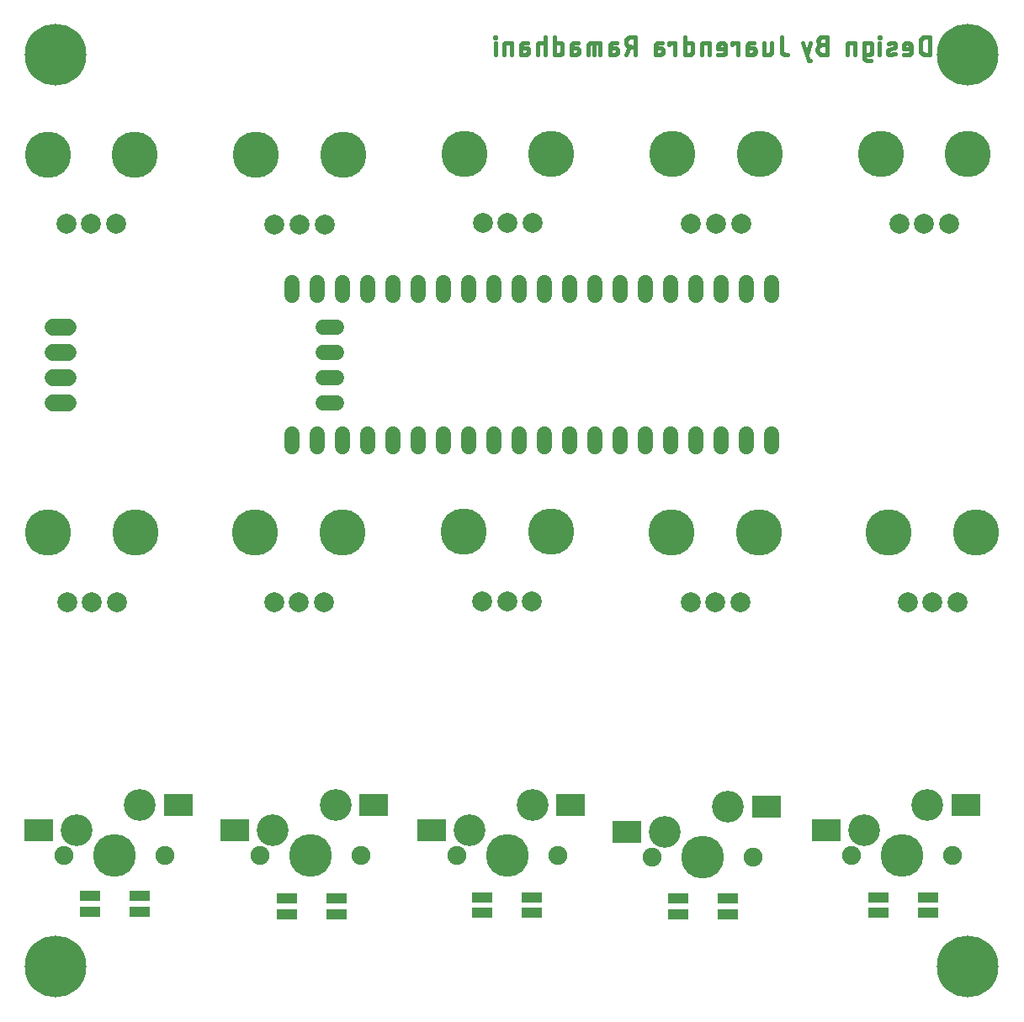
<source format=gbr>
G04 EAGLE Gerber RS-274X export*
G75*
%MOMM*%
%FSLAX34Y34*%
%LPD*%
%INSoldermask Bottom*%
%IPPOS*%
%AMOC8*
5,1,8,0,0,1.08239X$1,22.5*%
G01*
%ADD10C,0.431800*%
%ADD11C,2.003200*%
%ADD12C,4.663200*%
%ADD13C,1.511200*%
%ADD14C,1.903200*%
%ADD15C,4.303200*%
%ADD16C,4.203200*%
%ADD17R,2.903200X2.203200*%
%ADD18C,3.203200*%
%ADD19C,1.711200*%
%ADD20R,2.003200X1.023200*%
%ADD21C,6.203200*%


D10*
X1612656Y938657D02*
X1612656Y956183D01*
X1607788Y956183D01*
X1607649Y956181D01*
X1607510Y956175D01*
X1607371Y956165D01*
X1607233Y956151D01*
X1607095Y956133D01*
X1606958Y956112D01*
X1606821Y956086D01*
X1606685Y956056D01*
X1606550Y956023D01*
X1606417Y955986D01*
X1606284Y955945D01*
X1606152Y955900D01*
X1606022Y955851D01*
X1605893Y955799D01*
X1605766Y955743D01*
X1605640Y955684D01*
X1605516Y955620D01*
X1605394Y955554D01*
X1605274Y955484D01*
X1605156Y955410D01*
X1605040Y955333D01*
X1604927Y955253D01*
X1604815Y955170D01*
X1604707Y955084D01*
X1604600Y954994D01*
X1604496Y954901D01*
X1604395Y954806D01*
X1604297Y954708D01*
X1604202Y954607D01*
X1604109Y954503D01*
X1604019Y954397D01*
X1603933Y954288D01*
X1603850Y954176D01*
X1603770Y954063D01*
X1603693Y953947D01*
X1603619Y953829D01*
X1603549Y953709D01*
X1603483Y953587D01*
X1603419Y953463D01*
X1603360Y953337D01*
X1603304Y953210D01*
X1603252Y953081D01*
X1603203Y952951D01*
X1603158Y952819D01*
X1603117Y952686D01*
X1603080Y952553D01*
X1603047Y952418D01*
X1603017Y952282D01*
X1602991Y952145D01*
X1602970Y952008D01*
X1602952Y951870D01*
X1602938Y951732D01*
X1602928Y951593D01*
X1602922Y951454D01*
X1602920Y951315D01*
X1602919Y951315D02*
X1602919Y943525D01*
X1602920Y943525D02*
X1602922Y943388D01*
X1602928Y943252D01*
X1602937Y943116D01*
X1602951Y942980D01*
X1602968Y942844D01*
X1602989Y942710D01*
X1603014Y942575D01*
X1603042Y942442D01*
X1603074Y942309D01*
X1603110Y942177D01*
X1603150Y942047D01*
X1603193Y941917D01*
X1603240Y941789D01*
X1603291Y941662D01*
X1603345Y941537D01*
X1603402Y941413D01*
X1603463Y941291D01*
X1603527Y941170D01*
X1603595Y941052D01*
X1603666Y940935D01*
X1603740Y940820D01*
X1603818Y940708D01*
X1603898Y940598D01*
X1603982Y940490D01*
X1604069Y940384D01*
X1604158Y940281D01*
X1604251Y940181D01*
X1604346Y940083D01*
X1604444Y939988D01*
X1604544Y939895D01*
X1604647Y939806D01*
X1604753Y939719D01*
X1604861Y939635D01*
X1604971Y939555D01*
X1605084Y939477D01*
X1605198Y939403D01*
X1605315Y939332D01*
X1605433Y939264D01*
X1605554Y939200D01*
X1605676Y939139D01*
X1605800Y939082D01*
X1605925Y939028D01*
X1606052Y938977D01*
X1606180Y938930D01*
X1606310Y938887D01*
X1606440Y938847D01*
X1606572Y938811D01*
X1606705Y938779D01*
X1606838Y938751D01*
X1606973Y938726D01*
X1607108Y938705D01*
X1607243Y938688D01*
X1607379Y938674D01*
X1607515Y938665D01*
X1607652Y938659D01*
X1607788Y938657D01*
X1612656Y938657D01*
X1590841Y938657D02*
X1585973Y938657D01*
X1590841Y938657D02*
X1590948Y938659D01*
X1591054Y938665D01*
X1591160Y938675D01*
X1591266Y938688D01*
X1591372Y938706D01*
X1591476Y938727D01*
X1591580Y938752D01*
X1591683Y938781D01*
X1591784Y938813D01*
X1591884Y938850D01*
X1591983Y938890D01*
X1592081Y938933D01*
X1592177Y938980D01*
X1592271Y939031D01*
X1592363Y939085D01*
X1592453Y939142D01*
X1592541Y939202D01*
X1592626Y939266D01*
X1592709Y939333D01*
X1592790Y939403D01*
X1592868Y939475D01*
X1592944Y939551D01*
X1593016Y939629D01*
X1593086Y939710D01*
X1593153Y939793D01*
X1593217Y939878D01*
X1593277Y939966D01*
X1593334Y940056D01*
X1593388Y940148D01*
X1593439Y940242D01*
X1593486Y940338D01*
X1593529Y940436D01*
X1593569Y940535D01*
X1593606Y940635D01*
X1593638Y940736D01*
X1593667Y940839D01*
X1593692Y940943D01*
X1593713Y941047D01*
X1593731Y941153D01*
X1593744Y941259D01*
X1593754Y941365D01*
X1593760Y941471D01*
X1593762Y941578D01*
X1593762Y946446D01*
X1593760Y946570D01*
X1593754Y946693D01*
X1593744Y946816D01*
X1593731Y946939D01*
X1593713Y947061D01*
X1593692Y947183D01*
X1593666Y947304D01*
X1593637Y947424D01*
X1593604Y947543D01*
X1593568Y947661D01*
X1593527Y947778D01*
X1593483Y947894D01*
X1593435Y948008D01*
X1593384Y948120D01*
X1593329Y948231D01*
X1593271Y948340D01*
X1593209Y948447D01*
X1593144Y948552D01*
X1593075Y948655D01*
X1593004Y948755D01*
X1592929Y948854D01*
X1592851Y948950D01*
X1592770Y949043D01*
X1592686Y949134D01*
X1592599Y949222D01*
X1592510Y949307D01*
X1592418Y949390D01*
X1592323Y949469D01*
X1592226Y949545D01*
X1592126Y949619D01*
X1592025Y949689D01*
X1591921Y949756D01*
X1591815Y949819D01*
X1591706Y949879D01*
X1591597Y949936D01*
X1591485Y949989D01*
X1591372Y950039D01*
X1591257Y950085D01*
X1591141Y950127D01*
X1591024Y950165D01*
X1590905Y950200D01*
X1590785Y950231D01*
X1590665Y950258D01*
X1590543Y950282D01*
X1590421Y950301D01*
X1590299Y950317D01*
X1590176Y950329D01*
X1590052Y950337D01*
X1589929Y950341D01*
X1589805Y950341D01*
X1589682Y950337D01*
X1589558Y950329D01*
X1589435Y950317D01*
X1589313Y950301D01*
X1589191Y950282D01*
X1589069Y950258D01*
X1588949Y950231D01*
X1588829Y950200D01*
X1588710Y950165D01*
X1588593Y950127D01*
X1588477Y950085D01*
X1588362Y950039D01*
X1588249Y949989D01*
X1588137Y949936D01*
X1588028Y949879D01*
X1587920Y949819D01*
X1587813Y949756D01*
X1587709Y949689D01*
X1587608Y949619D01*
X1587508Y949545D01*
X1587411Y949469D01*
X1587316Y949390D01*
X1587224Y949307D01*
X1587135Y949222D01*
X1587048Y949134D01*
X1586964Y949043D01*
X1586883Y948950D01*
X1586805Y948854D01*
X1586730Y948755D01*
X1586659Y948655D01*
X1586590Y948552D01*
X1586525Y948447D01*
X1586463Y948340D01*
X1586405Y948231D01*
X1586350Y948120D01*
X1586299Y948008D01*
X1586251Y947894D01*
X1586207Y947778D01*
X1586166Y947661D01*
X1586130Y947543D01*
X1586097Y947424D01*
X1586068Y947304D01*
X1586042Y947183D01*
X1586021Y947061D01*
X1586003Y946939D01*
X1585990Y946816D01*
X1585980Y946693D01*
X1585974Y946570D01*
X1585972Y946446D01*
X1585973Y946446D02*
X1585973Y944499D01*
X1593762Y944499D01*
X1576235Y945473D02*
X1571367Y943525D01*
X1576235Y945473D02*
X1576327Y945512D01*
X1576418Y945554D01*
X1576506Y945600D01*
X1576593Y945650D01*
X1576678Y945703D01*
X1576761Y945760D01*
X1576841Y945819D01*
X1576919Y945882D01*
X1576995Y945948D01*
X1577067Y946017D01*
X1577137Y946088D01*
X1577204Y946162D01*
X1577269Y946239D01*
X1577329Y946319D01*
X1577387Y946401D01*
X1577442Y946484D01*
X1577493Y946571D01*
X1577541Y946659D01*
X1577585Y946748D01*
X1577625Y946840D01*
X1577662Y946933D01*
X1577695Y947027D01*
X1577725Y947123D01*
X1577750Y947220D01*
X1577772Y947318D01*
X1577790Y947416D01*
X1577804Y947515D01*
X1577814Y947615D01*
X1577820Y947715D01*
X1577822Y947815D01*
X1577820Y947915D01*
X1577814Y948015D01*
X1577804Y948115D01*
X1577791Y948214D01*
X1577773Y948312D01*
X1577751Y948410D01*
X1577726Y948507D01*
X1577697Y948603D01*
X1577664Y948697D01*
X1577627Y948790D01*
X1577587Y948882D01*
X1577543Y948972D01*
X1577495Y949060D01*
X1577444Y949146D01*
X1577390Y949230D01*
X1577332Y949312D01*
X1577271Y949391D01*
X1577207Y949468D01*
X1577140Y949543D01*
X1577070Y949614D01*
X1576998Y949683D01*
X1576922Y949749D01*
X1576845Y949812D01*
X1576764Y949872D01*
X1576682Y949928D01*
X1576597Y949982D01*
X1576510Y950032D01*
X1576421Y950078D01*
X1576331Y950121D01*
X1576239Y950160D01*
X1576145Y950195D01*
X1576050Y950227D01*
X1575954Y950255D01*
X1575857Y950279D01*
X1575759Y950299D01*
X1575660Y950316D01*
X1575561Y950328D01*
X1575461Y950337D01*
X1575361Y950341D01*
X1575261Y950342D01*
X1574995Y950335D01*
X1574730Y950321D01*
X1574464Y950302D01*
X1574200Y950276D01*
X1573936Y950243D01*
X1573673Y950204D01*
X1573411Y950159D01*
X1573150Y950108D01*
X1572891Y950050D01*
X1572632Y949986D01*
X1572376Y949916D01*
X1572121Y949840D01*
X1571868Y949757D01*
X1571618Y949669D01*
X1571369Y949575D01*
X1571123Y949474D01*
X1570879Y949368D01*
X1571366Y943525D02*
X1571274Y943486D01*
X1571183Y943444D01*
X1571095Y943398D01*
X1571008Y943348D01*
X1570923Y943295D01*
X1570840Y943238D01*
X1570760Y943179D01*
X1570682Y943116D01*
X1570606Y943050D01*
X1570534Y942981D01*
X1570464Y942910D01*
X1570397Y942836D01*
X1570333Y942759D01*
X1570272Y942679D01*
X1570214Y942597D01*
X1570159Y942514D01*
X1570108Y942427D01*
X1570060Y942339D01*
X1570016Y942250D01*
X1569976Y942158D01*
X1569939Y942065D01*
X1569906Y941971D01*
X1569876Y941875D01*
X1569851Y941778D01*
X1569829Y941680D01*
X1569811Y941582D01*
X1569797Y941483D01*
X1569787Y941383D01*
X1569781Y941283D01*
X1569779Y941183D01*
X1569781Y941083D01*
X1569787Y940983D01*
X1569797Y940883D01*
X1569810Y940784D01*
X1569828Y940686D01*
X1569850Y940588D01*
X1569875Y940491D01*
X1569904Y940395D01*
X1569937Y940301D01*
X1569974Y940208D01*
X1570014Y940116D01*
X1570058Y940026D01*
X1570106Y939938D01*
X1570157Y939852D01*
X1570211Y939768D01*
X1570269Y939686D01*
X1570330Y939607D01*
X1570394Y939530D01*
X1570461Y939455D01*
X1570531Y939384D01*
X1570603Y939315D01*
X1570679Y939249D01*
X1570756Y939186D01*
X1570837Y939126D01*
X1570919Y939070D01*
X1571004Y939016D01*
X1571091Y938966D01*
X1571180Y938920D01*
X1571270Y938877D01*
X1571362Y938838D01*
X1571456Y938803D01*
X1571551Y938771D01*
X1571647Y938743D01*
X1571744Y938719D01*
X1571842Y938699D01*
X1571941Y938682D01*
X1572040Y938670D01*
X1572140Y938661D01*
X1572240Y938657D01*
X1572340Y938656D01*
X1572340Y938657D02*
X1572730Y938667D01*
X1573120Y938686D01*
X1573510Y938715D01*
X1573899Y938753D01*
X1574286Y938800D01*
X1574673Y938856D01*
X1575058Y938921D01*
X1575441Y938996D01*
X1575823Y939079D01*
X1576202Y939172D01*
X1576579Y939273D01*
X1576954Y939383D01*
X1577326Y939502D01*
X1577695Y939630D01*
X1562060Y938657D02*
X1562060Y950341D01*
X1562547Y955209D02*
X1562547Y956183D01*
X1561573Y956183D01*
X1561573Y955209D01*
X1562547Y955209D01*
X1551433Y938657D02*
X1546565Y938657D01*
X1551433Y938657D02*
X1551540Y938659D01*
X1551646Y938665D01*
X1551752Y938675D01*
X1551858Y938688D01*
X1551964Y938706D01*
X1552068Y938727D01*
X1552172Y938752D01*
X1552275Y938781D01*
X1552376Y938813D01*
X1552476Y938850D01*
X1552575Y938890D01*
X1552673Y938933D01*
X1552769Y938980D01*
X1552863Y939031D01*
X1552955Y939085D01*
X1553045Y939142D01*
X1553133Y939202D01*
X1553218Y939266D01*
X1553301Y939333D01*
X1553382Y939403D01*
X1553460Y939475D01*
X1553536Y939551D01*
X1553608Y939629D01*
X1553678Y939710D01*
X1553745Y939793D01*
X1553809Y939878D01*
X1553869Y939966D01*
X1553926Y940056D01*
X1553980Y940148D01*
X1554031Y940242D01*
X1554078Y940338D01*
X1554121Y940436D01*
X1554161Y940535D01*
X1554198Y940635D01*
X1554230Y940736D01*
X1554259Y940839D01*
X1554284Y940943D01*
X1554305Y941047D01*
X1554323Y941153D01*
X1554336Y941259D01*
X1554346Y941365D01*
X1554352Y941471D01*
X1554354Y941578D01*
X1554354Y947420D01*
X1554352Y947527D01*
X1554346Y947633D01*
X1554336Y947739D01*
X1554323Y947845D01*
X1554305Y947951D01*
X1554284Y948055D01*
X1554259Y948159D01*
X1554230Y948262D01*
X1554198Y948363D01*
X1554161Y948463D01*
X1554121Y948562D01*
X1554078Y948660D01*
X1554031Y948756D01*
X1553980Y948850D01*
X1553926Y948942D01*
X1553869Y949032D01*
X1553809Y949120D01*
X1553745Y949205D01*
X1553678Y949288D01*
X1553608Y949369D01*
X1553536Y949447D01*
X1553460Y949523D01*
X1553382Y949595D01*
X1553301Y949665D01*
X1553218Y949732D01*
X1553133Y949796D01*
X1553045Y949856D01*
X1552955Y949913D01*
X1552863Y949967D01*
X1552769Y950018D01*
X1552673Y950065D01*
X1552575Y950108D01*
X1552476Y950148D01*
X1552376Y950185D01*
X1552275Y950217D01*
X1552172Y950246D01*
X1552068Y950271D01*
X1551964Y950292D01*
X1551858Y950310D01*
X1551752Y950323D01*
X1551646Y950333D01*
X1551540Y950339D01*
X1551433Y950341D01*
X1546565Y950341D01*
X1546565Y935736D01*
X1546567Y935629D01*
X1546573Y935523D01*
X1546583Y935417D01*
X1546596Y935311D01*
X1546614Y935205D01*
X1546635Y935101D01*
X1546660Y934997D01*
X1546689Y934894D01*
X1546721Y934793D01*
X1546758Y934693D01*
X1546798Y934594D01*
X1546841Y934496D01*
X1546888Y934400D01*
X1546939Y934306D01*
X1546993Y934214D01*
X1547050Y934124D01*
X1547110Y934036D01*
X1547174Y933951D01*
X1547241Y933868D01*
X1547311Y933787D01*
X1547383Y933709D01*
X1547459Y933633D01*
X1547537Y933561D01*
X1547618Y933491D01*
X1547701Y933424D01*
X1547786Y933360D01*
X1547874Y933300D01*
X1547964Y933243D01*
X1548056Y933189D01*
X1548150Y933138D01*
X1548246Y933091D01*
X1548344Y933048D01*
X1548443Y933008D01*
X1548543Y932971D01*
X1548644Y932939D01*
X1548747Y932910D01*
X1548851Y932885D01*
X1548955Y932864D01*
X1549061Y932846D01*
X1549167Y932833D01*
X1549273Y932823D01*
X1549379Y932817D01*
X1549486Y932815D01*
X1553380Y932815D01*
X1536911Y938657D02*
X1536911Y950341D01*
X1532043Y950341D01*
X1531936Y950339D01*
X1531830Y950333D01*
X1531724Y950323D01*
X1531618Y950310D01*
X1531512Y950292D01*
X1531408Y950271D01*
X1531304Y950246D01*
X1531201Y950217D01*
X1531100Y950185D01*
X1531000Y950148D01*
X1530901Y950108D01*
X1530803Y950065D01*
X1530707Y950018D01*
X1530613Y949967D01*
X1530521Y949913D01*
X1530431Y949856D01*
X1530343Y949796D01*
X1530258Y949732D01*
X1530175Y949665D01*
X1530094Y949595D01*
X1530016Y949523D01*
X1529940Y949447D01*
X1529868Y949369D01*
X1529798Y949288D01*
X1529731Y949205D01*
X1529667Y949120D01*
X1529607Y949032D01*
X1529550Y948942D01*
X1529496Y948850D01*
X1529445Y948756D01*
X1529398Y948660D01*
X1529355Y948562D01*
X1529315Y948463D01*
X1529278Y948363D01*
X1529246Y948262D01*
X1529217Y948159D01*
X1529192Y948055D01*
X1529171Y947951D01*
X1529153Y947845D01*
X1529140Y947739D01*
X1529130Y947633D01*
X1529124Y947527D01*
X1529122Y947420D01*
X1529122Y938657D01*
X1509054Y948394D02*
X1504185Y948394D01*
X1504185Y948393D02*
X1504047Y948391D01*
X1503910Y948385D01*
X1503772Y948375D01*
X1503635Y948362D01*
X1503498Y948344D01*
X1503362Y948323D01*
X1503227Y948298D01*
X1503092Y948269D01*
X1502958Y948236D01*
X1502826Y948199D01*
X1502694Y948159D01*
X1502563Y948115D01*
X1502434Y948067D01*
X1502306Y948016D01*
X1502180Y947961D01*
X1502055Y947902D01*
X1501932Y947840D01*
X1501811Y947775D01*
X1501692Y947706D01*
X1501574Y947634D01*
X1501459Y947558D01*
X1501346Y947479D01*
X1501235Y947398D01*
X1501127Y947312D01*
X1501021Y947224D01*
X1500917Y947133D01*
X1500817Y947039D01*
X1500719Y946943D01*
X1500623Y946843D01*
X1500531Y946741D01*
X1500441Y946636D01*
X1500355Y946529D01*
X1500271Y946420D01*
X1500191Y946308D01*
X1500114Y946194D01*
X1500040Y946077D01*
X1499969Y945959D01*
X1499902Y945839D01*
X1499838Y945717D01*
X1499778Y945593D01*
X1499721Y945467D01*
X1499668Y945340D01*
X1499618Y945212D01*
X1499573Y945082D01*
X1499530Y944950D01*
X1499492Y944818D01*
X1499457Y944685D01*
X1499426Y944551D01*
X1499399Y944416D01*
X1499376Y944280D01*
X1499356Y944143D01*
X1499341Y944006D01*
X1499329Y943869D01*
X1499321Y943732D01*
X1499317Y943594D01*
X1499317Y943456D01*
X1499321Y943318D01*
X1499329Y943181D01*
X1499341Y943044D01*
X1499356Y942907D01*
X1499376Y942770D01*
X1499399Y942634D01*
X1499426Y942499D01*
X1499457Y942365D01*
X1499492Y942232D01*
X1499530Y942100D01*
X1499573Y941968D01*
X1499618Y941838D01*
X1499668Y941710D01*
X1499721Y941583D01*
X1499778Y941457D01*
X1499838Y941333D01*
X1499902Y941211D01*
X1499969Y941091D01*
X1500040Y940973D01*
X1500114Y940856D01*
X1500191Y940742D01*
X1500271Y940630D01*
X1500355Y940521D01*
X1500441Y940414D01*
X1500531Y940309D01*
X1500623Y940207D01*
X1500719Y940107D01*
X1500817Y940011D01*
X1500917Y939917D01*
X1501021Y939826D01*
X1501127Y939738D01*
X1501235Y939652D01*
X1501346Y939571D01*
X1501459Y939492D01*
X1501574Y939416D01*
X1501692Y939344D01*
X1501811Y939275D01*
X1501932Y939210D01*
X1502055Y939148D01*
X1502180Y939089D01*
X1502306Y939034D01*
X1502434Y938983D01*
X1502563Y938935D01*
X1502694Y938891D01*
X1502826Y938851D01*
X1502958Y938814D01*
X1503092Y938781D01*
X1503227Y938752D01*
X1503362Y938727D01*
X1503498Y938706D01*
X1503635Y938688D01*
X1503772Y938675D01*
X1503910Y938665D01*
X1504047Y938659D01*
X1504185Y938657D01*
X1509054Y938657D01*
X1509054Y956183D01*
X1504185Y956183D01*
X1504061Y956181D01*
X1503938Y956175D01*
X1503815Y956165D01*
X1503692Y956152D01*
X1503570Y956134D01*
X1503448Y956113D01*
X1503327Y956087D01*
X1503207Y956058D01*
X1503088Y956025D01*
X1502970Y955989D01*
X1502853Y955948D01*
X1502737Y955904D01*
X1502623Y955856D01*
X1502511Y955805D01*
X1502400Y955750D01*
X1502291Y955692D01*
X1502184Y955630D01*
X1502079Y955565D01*
X1501976Y955496D01*
X1501876Y955425D01*
X1501777Y955350D01*
X1501681Y955272D01*
X1501588Y955191D01*
X1501497Y955107D01*
X1501409Y955020D01*
X1501324Y954931D01*
X1501241Y954839D01*
X1501162Y954744D01*
X1501086Y954647D01*
X1501012Y954547D01*
X1500942Y954446D01*
X1500875Y954342D01*
X1500812Y954236D01*
X1500752Y954127D01*
X1500695Y954018D01*
X1500642Y953906D01*
X1500592Y953793D01*
X1500546Y953678D01*
X1500504Y953562D01*
X1500466Y953445D01*
X1500431Y953326D01*
X1500400Y953206D01*
X1500373Y953086D01*
X1500349Y952964D01*
X1500330Y952842D01*
X1500314Y952720D01*
X1500302Y952597D01*
X1500294Y952473D01*
X1500290Y952350D01*
X1500290Y952226D01*
X1500294Y952103D01*
X1500302Y951979D01*
X1500314Y951856D01*
X1500330Y951734D01*
X1500349Y951612D01*
X1500373Y951490D01*
X1500400Y951370D01*
X1500431Y951250D01*
X1500466Y951131D01*
X1500504Y951014D01*
X1500546Y950898D01*
X1500592Y950783D01*
X1500642Y950670D01*
X1500695Y950558D01*
X1500752Y950449D01*
X1500812Y950341D01*
X1500875Y950234D01*
X1500942Y950130D01*
X1501012Y950029D01*
X1501086Y949929D01*
X1501162Y949832D01*
X1501241Y949737D01*
X1501324Y949645D01*
X1501409Y949556D01*
X1501497Y949469D01*
X1501588Y949385D01*
X1501681Y949304D01*
X1501777Y949226D01*
X1501876Y949151D01*
X1501976Y949080D01*
X1502079Y949011D01*
X1502184Y948946D01*
X1502291Y948884D01*
X1502400Y948826D01*
X1502511Y948771D01*
X1502623Y948720D01*
X1502737Y948672D01*
X1502853Y948628D01*
X1502970Y948587D01*
X1503088Y948551D01*
X1503207Y948518D01*
X1503327Y948489D01*
X1503448Y948463D01*
X1503570Y948442D01*
X1503692Y948424D01*
X1503815Y948411D01*
X1503938Y948401D01*
X1504061Y948395D01*
X1504185Y948393D01*
X1492419Y932815D02*
X1490472Y932815D01*
X1484630Y950341D01*
X1492419Y950341D02*
X1488525Y938657D01*
X1463171Y942552D02*
X1463171Y956183D01*
X1463171Y942552D02*
X1463173Y942430D01*
X1463179Y942307D01*
X1463188Y942185D01*
X1463202Y942064D01*
X1463219Y941943D01*
X1463240Y941822D01*
X1463265Y941702D01*
X1463293Y941583D01*
X1463326Y941465D01*
X1463362Y941348D01*
X1463401Y941233D01*
X1463445Y941118D01*
X1463491Y941005D01*
X1463542Y940894D01*
X1463596Y940784D01*
X1463653Y940676D01*
X1463713Y940569D01*
X1463777Y940465D01*
X1463845Y940363D01*
X1463915Y940263D01*
X1463988Y940165D01*
X1464065Y940069D01*
X1464144Y939976D01*
X1464227Y939886D01*
X1464312Y939798D01*
X1464400Y939713D01*
X1464490Y939630D01*
X1464583Y939551D01*
X1464679Y939474D01*
X1464777Y939401D01*
X1464877Y939331D01*
X1464979Y939263D01*
X1465083Y939199D01*
X1465190Y939139D01*
X1465298Y939082D01*
X1465408Y939028D01*
X1465519Y938977D01*
X1465632Y938931D01*
X1465747Y938887D01*
X1465862Y938848D01*
X1465979Y938812D01*
X1466097Y938779D01*
X1466216Y938751D01*
X1466336Y938726D01*
X1466457Y938705D01*
X1466578Y938688D01*
X1466699Y938674D01*
X1466821Y938665D01*
X1466944Y938659D01*
X1467066Y938657D01*
X1469013Y938657D01*
X1453489Y941578D02*
X1453489Y950341D01*
X1453489Y941578D02*
X1453487Y941471D01*
X1453481Y941365D01*
X1453471Y941259D01*
X1453458Y941153D01*
X1453440Y941047D01*
X1453419Y940943D01*
X1453394Y940839D01*
X1453365Y940736D01*
X1453333Y940635D01*
X1453296Y940535D01*
X1453256Y940436D01*
X1453213Y940338D01*
X1453166Y940242D01*
X1453115Y940148D01*
X1453061Y940056D01*
X1453004Y939966D01*
X1452944Y939878D01*
X1452880Y939793D01*
X1452813Y939710D01*
X1452743Y939629D01*
X1452671Y939551D01*
X1452595Y939475D01*
X1452517Y939403D01*
X1452436Y939333D01*
X1452353Y939266D01*
X1452268Y939202D01*
X1452180Y939142D01*
X1452090Y939085D01*
X1451998Y939031D01*
X1451904Y938980D01*
X1451808Y938933D01*
X1451710Y938890D01*
X1451611Y938850D01*
X1451511Y938813D01*
X1451410Y938781D01*
X1451307Y938752D01*
X1451203Y938727D01*
X1451099Y938706D01*
X1450993Y938688D01*
X1450887Y938675D01*
X1450781Y938665D01*
X1450675Y938659D01*
X1450568Y938657D01*
X1445699Y938657D01*
X1445699Y950341D01*
X1433537Y945473D02*
X1429155Y945473D01*
X1433537Y945473D02*
X1433652Y945471D01*
X1433767Y945465D01*
X1433882Y945456D01*
X1433996Y945442D01*
X1434110Y945425D01*
X1434223Y945403D01*
X1434335Y945378D01*
X1434447Y945349D01*
X1434557Y945317D01*
X1434666Y945280D01*
X1434774Y945240D01*
X1434881Y945197D01*
X1434986Y945150D01*
X1435089Y945099D01*
X1435191Y945045D01*
X1435291Y944987D01*
X1435388Y944926D01*
X1435484Y944862D01*
X1435577Y944795D01*
X1435668Y944724D01*
X1435757Y944651D01*
X1435843Y944574D01*
X1435926Y944495D01*
X1436007Y944413D01*
X1436085Y944328D01*
X1436160Y944241D01*
X1436232Y944151D01*
X1436301Y944059D01*
X1436367Y943964D01*
X1436429Y943868D01*
X1436488Y943769D01*
X1436544Y943668D01*
X1436597Y943566D01*
X1436646Y943462D01*
X1436691Y943356D01*
X1436733Y943249D01*
X1436771Y943140D01*
X1436805Y943030D01*
X1436836Y942919D01*
X1436863Y942807D01*
X1436886Y942695D01*
X1436906Y942581D01*
X1436921Y942467D01*
X1436933Y942352D01*
X1436941Y942238D01*
X1436945Y942123D01*
X1436945Y942007D01*
X1436941Y941892D01*
X1436933Y941778D01*
X1436921Y941663D01*
X1436906Y941549D01*
X1436886Y941435D01*
X1436863Y941323D01*
X1436836Y941211D01*
X1436805Y941100D01*
X1436771Y940990D01*
X1436733Y940881D01*
X1436691Y940774D01*
X1436646Y940668D01*
X1436597Y940564D01*
X1436544Y940462D01*
X1436488Y940361D01*
X1436429Y940262D01*
X1436367Y940166D01*
X1436301Y940071D01*
X1436232Y939979D01*
X1436160Y939889D01*
X1436085Y939802D01*
X1436007Y939717D01*
X1435926Y939635D01*
X1435843Y939556D01*
X1435757Y939479D01*
X1435668Y939406D01*
X1435577Y939335D01*
X1435484Y939268D01*
X1435388Y939204D01*
X1435291Y939143D01*
X1435191Y939085D01*
X1435089Y939031D01*
X1434986Y938980D01*
X1434881Y938933D01*
X1434774Y938890D01*
X1434666Y938850D01*
X1434557Y938813D01*
X1434447Y938781D01*
X1434335Y938752D01*
X1434223Y938727D01*
X1434110Y938705D01*
X1433996Y938688D01*
X1433882Y938674D01*
X1433767Y938665D01*
X1433652Y938659D01*
X1433537Y938657D01*
X1429155Y938657D01*
X1429155Y947420D01*
X1429157Y947527D01*
X1429163Y947633D01*
X1429173Y947739D01*
X1429186Y947845D01*
X1429204Y947951D01*
X1429225Y948055D01*
X1429250Y948159D01*
X1429279Y948262D01*
X1429311Y948363D01*
X1429348Y948463D01*
X1429388Y948562D01*
X1429431Y948660D01*
X1429478Y948756D01*
X1429529Y948850D01*
X1429583Y948942D01*
X1429640Y949032D01*
X1429700Y949120D01*
X1429764Y949205D01*
X1429831Y949288D01*
X1429901Y949369D01*
X1429973Y949447D01*
X1430049Y949523D01*
X1430127Y949595D01*
X1430208Y949665D01*
X1430291Y949732D01*
X1430376Y949796D01*
X1430464Y949856D01*
X1430554Y949913D01*
X1430646Y949967D01*
X1430740Y950018D01*
X1430836Y950065D01*
X1430934Y950108D01*
X1431033Y950148D01*
X1431133Y950185D01*
X1431234Y950217D01*
X1431337Y950246D01*
X1431441Y950271D01*
X1431545Y950292D01*
X1431651Y950310D01*
X1431757Y950323D01*
X1431863Y950333D01*
X1431969Y950339D01*
X1432076Y950341D01*
X1435971Y950341D01*
X1419332Y950341D02*
X1419332Y938657D01*
X1419332Y950341D02*
X1413490Y950341D01*
X1413490Y948394D01*
X1404222Y938657D02*
X1399354Y938657D01*
X1404222Y938657D02*
X1404329Y938659D01*
X1404435Y938665D01*
X1404541Y938675D01*
X1404647Y938688D01*
X1404753Y938706D01*
X1404857Y938727D01*
X1404961Y938752D01*
X1405064Y938781D01*
X1405165Y938813D01*
X1405265Y938850D01*
X1405364Y938890D01*
X1405462Y938933D01*
X1405558Y938980D01*
X1405652Y939031D01*
X1405744Y939085D01*
X1405834Y939142D01*
X1405922Y939202D01*
X1406007Y939266D01*
X1406090Y939333D01*
X1406171Y939403D01*
X1406249Y939475D01*
X1406325Y939551D01*
X1406397Y939629D01*
X1406467Y939710D01*
X1406534Y939793D01*
X1406598Y939878D01*
X1406658Y939966D01*
X1406715Y940056D01*
X1406769Y940148D01*
X1406820Y940242D01*
X1406867Y940338D01*
X1406910Y940436D01*
X1406950Y940535D01*
X1406987Y940635D01*
X1407019Y940736D01*
X1407048Y940839D01*
X1407073Y940943D01*
X1407094Y941047D01*
X1407112Y941153D01*
X1407125Y941259D01*
X1407135Y941365D01*
X1407141Y941471D01*
X1407143Y941578D01*
X1407143Y946446D01*
X1407141Y946570D01*
X1407135Y946693D01*
X1407125Y946816D01*
X1407112Y946939D01*
X1407094Y947061D01*
X1407073Y947183D01*
X1407047Y947304D01*
X1407018Y947424D01*
X1406985Y947543D01*
X1406949Y947661D01*
X1406908Y947778D01*
X1406864Y947894D01*
X1406816Y948008D01*
X1406765Y948120D01*
X1406710Y948231D01*
X1406652Y948340D01*
X1406590Y948447D01*
X1406525Y948552D01*
X1406456Y948655D01*
X1406385Y948755D01*
X1406310Y948854D01*
X1406232Y948950D01*
X1406151Y949043D01*
X1406067Y949134D01*
X1405980Y949222D01*
X1405891Y949307D01*
X1405799Y949390D01*
X1405704Y949469D01*
X1405607Y949545D01*
X1405507Y949619D01*
X1405406Y949689D01*
X1405302Y949756D01*
X1405196Y949819D01*
X1405087Y949879D01*
X1404978Y949936D01*
X1404866Y949989D01*
X1404753Y950039D01*
X1404638Y950085D01*
X1404522Y950127D01*
X1404405Y950165D01*
X1404286Y950200D01*
X1404166Y950231D01*
X1404046Y950258D01*
X1403924Y950282D01*
X1403802Y950301D01*
X1403680Y950317D01*
X1403557Y950329D01*
X1403433Y950337D01*
X1403310Y950341D01*
X1403186Y950341D01*
X1403063Y950337D01*
X1402939Y950329D01*
X1402816Y950317D01*
X1402694Y950301D01*
X1402572Y950282D01*
X1402450Y950258D01*
X1402330Y950231D01*
X1402210Y950200D01*
X1402091Y950165D01*
X1401974Y950127D01*
X1401858Y950085D01*
X1401743Y950039D01*
X1401630Y949989D01*
X1401518Y949936D01*
X1401409Y949879D01*
X1401301Y949819D01*
X1401194Y949756D01*
X1401090Y949689D01*
X1400989Y949619D01*
X1400889Y949545D01*
X1400792Y949469D01*
X1400697Y949390D01*
X1400605Y949307D01*
X1400516Y949222D01*
X1400429Y949134D01*
X1400345Y949043D01*
X1400264Y948950D01*
X1400186Y948854D01*
X1400111Y948755D01*
X1400040Y948655D01*
X1399971Y948552D01*
X1399906Y948447D01*
X1399844Y948340D01*
X1399786Y948231D01*
X1399731Y948120D01*
X1399680Y948008D01*
X1399632Y947894D01*
X1399588Y947778D01*
X1399547Y947661D01*
X1399511Y947543D01*
X1399478Y947424D01*
X1399449Y947304D01*
X1399423Y947183D01*
X1399402Y947061D01*
X1399384Y946939D01*
X1399371Y946816D01*
X1399361Y946693D01*
X1399355Y946570D01*
X1399353Y946446D01*
X1399354Y946446D02*
X1399354Y944499D01*
X1407143Y944499D01*
X1390458Y938657D02*
X1390458Y950341D01*
X1385590Y950341D01*
X1385483Y950339D01*
X1385377Y950333D01*
X1385271Y950323D01*
X1385165Y950310D01*
X1385059Y950292D01*
X1384955Y950271D01*
X1384851Y950246D01*
X1384748Y950217D01*
X1384647Y950185D01*
X1384547Y950148D01*
X1384448Y950108D01*
X1384350Y950065D01*
X1384254Y950018D01*
X1384160Y949967D01*
X1384068Y949913D01*
X1383978Y949856D01*
X1383890Y949796D01*
X1383805Y949732D01*
X1383722Y949665D01*
X1383641Y949595D01*
X1383563Y949523D01*
X1383487Y949447D01*
X1383415Y949369D01*
X1383345Y949288D01*
X1383278Y949205D01*
X1383214Y949120D01*
X1383154Y949032D01*
X1383097Y948942D01*
X1383043Y948850D01*
X1382992Y948756D01*
X1382945Y948660D01*
X1382902Y948562D01*
X1382862Y948463D01*
X1382825Y948363D01*
X1382793Y948262D01*
X1382764Y948159D01*
X1382739Y948055D01*
X1382718Y947951D01*
X1382700Y947845D01*
X1382687Y947739D01*
X1382677Y947633D01*
X1382671Y947527D01*
X1382669Y947420D01*
X1382669Y938657D01*
X1366125Y938657D02*
X1366125Y956183D01*
X1366125Y938657D02*
X1370993Y938657D01*
X1371100Y938659D01*
X1371206Y938665D01*
X1371312Y938675D01*
X1371418Y938688D01*
X1371524Y938706D01*
X1371628Y938727D01*
X1371732Y938752D01*
X1371835Y938781D01*
X1371936Y938813D01*
X1372036Y938850D01*
X1372135Y938890D01*
X1372233Y938933D01*
X1372329Y938980D01*
X1372423Y939031D01*
X1372515Y939085D01*
X1372605Y939142D01*
X1372693Y939202D01*
X1372778Y939266D01*
X1372861Y939333D01*
X1372942Y939403D01*
X1373020Y939475D01*
X1373096Y939551D01*
X1373168Y939629D01*
X1373238Y939710D01*
X1373305Y939793D01*
X1373369Y939878D01*
X1373429Y939966D01*
X1373486Y940056D01*
X1373540Y940148D01*
X1373591Y940242D01*
X1373638Y940338D01*
X1373681Y940436D01*
X1373721Y940535D01*
X1373758Y940635D01*
X1373790Y940736D01*
X1373819Y940839D01*
X1373844Y940943D01*
X1373865Y941047D01*
X1373883Y941153D01*
X1373896Y941259D01*
X1373906Y941365D01*
X1373912Y941471D01*
X1373914Y941578D01*
X1373914Y947420D01*
X1373912Y947527D01*
X1373906Y947633D01*
X1373896Y947739D01*
X1373883Y947845D01*
X1373865Y947951D01*
X1373844Y948055D01*
X1373819Y948159D01*
X1373790Y948262D01*
X1373758Y948363D01*
X1373721Y948463D01*
X1373681Y948562D01*
X1373638Y948660D01*
X1373591Y948756D01*
X1373540Y948850D01*
X1373486Y948942D01*
X1373429Y949032D01*
X1373369Y949120D01*
X1373305Y949205D01*
X1373238Y949288D01*
X1373168Y949369D01*
X1373096Y949447D01*
X1373020Y949523D01*
X1372942Y949595D01*
X1372861Y949665D01*
X1372778Y949732D01*
X1372693Y949796D01*
X1372605Y949856D01*
X1372515Y949913D01*
X1372423Y949967D01*
X1372329Y950018D01*
X1372233Y950065D01*
X1372135Y950108D01*
X1372036Y950148D01*
X1371936Y950185D01*
X1371835Y950217D01*
X1371732Y950246D01*
X1371628Y950271D01*
X1371524Y950292D01*
X1371418Y950310D01*
X1371312Y950323D01*
X1371206Y950333D01*
X1371100Y950339D01*
X1370993Y950341D01*
X1366125Y950341D01*
X1356302Y950341D02*
X1356302Y938657D01*
X1356302Y950341D02*
X1350460Y950341D01*
X1350460Y948394D01*
X1340845Y945473D02*
X1336464Y945473D01*
X1340845Y945473D02*
X1340960Y945471D01*
X1341075Y945465D01*
X1341190Y945456D01*
X1341304Y945442D01*
X1341418Y945425D01*
X1341531Y945403D01*
X1341643Y945378D01*
X1341755Y945349D01*
X1341865Y945317D01*
X1341974Y945280D01*
X1342082Y945240D01*
X1342189Y945197D01*
X1342294Y945150D01*
X1342397Y945099D01*
X1342499Y945045D01*
X1342599Y944987D01*
X1342696Y944926D01*
X1342792Y944862D01*
X1342885Y944795D01*
X1342976Y944724D01*
X1343065Y944651D01*
X1343151Y944574D01*
X1343234Y944495D01*
X1343315Y944413D01*
X1343393Y944328D01*
X1343468Y944241D01*
X1343540Y944151D01*
X1343609Y944059D01*
X1343675Y943964D01*
X1343737Y943868D01*
X1343796Y943769D01*
X1343852Y943668D01*
X1343905Y943566D01*
X1343954Y943462D01*
X1343999Y943356D01*
X1344041Y943249D01*
X1344079Y943140D01*
X1344113Y943030D01*
X1344144Y942919D01*
X1344171Y942807D01*
X1344194Y942695D01*
X1344214Y942581D01*
X1344229Y942467D01*
X1344241Y942352D01*
X1344249Y942238D01*
X1344253Y942123D01*
X1344253Y942007D01*
X1344249Y941892D01*
X1344241Y941778D01*
X1344229Y941663D01*
X1344214Y941549D01*
X1344194Y941435D01*
X1344171Y941323D01*
X1344144Y941211D01*
X1344113Y941100D01*
X1344079Y940990D01*
X1344041Y940881D01*
X1343999Y940774D01*
X1343954Y940668D01*
X1343905Y940564D01*
X1343852Y940462D01*
X1343796Y940361D01*
X1343737Y940262D01*
X1343675Y940166D01*
X1343609Y940071D01*
X1343540Y939979D01*
X1343468Y939889D01*
X1343393Y939802D01*
X1343315Y939717D01*
X1343234Y939635D01*
X1343151Y939556D01*
X1343065Y939479D01*
X1342976Y939406D01*
X1342885Y939335D01*
X1342792Y939268D01*
X1342696Y939204D01*
X1342599Y939143D01*
X1342499Y939085D01*
X1342397Y939031D01*
X1342294Y938980D01*
X1342189Y938933D01*
X1342082Y938890D01*
X1341974Y938850D01*
X1341865Y938813D01*
X1341755Y938781D01*
X1341643Y938752D01*
X1341531Y938727D01*
X1341418Y938705D01*
X1341304Y938688D01*
X1341190Y938674D01*
X1341075Y938665D01*
X1340960Y938659D01*
X1340845Y938657D01*
X1336464Y938657D01*
X1336464Y947420D01*
X1336466Y947527D01*
X1336472Y947633D01*
X1336482Y947739D01*
X1336495Y947845D01*
X1336513Y947951D01*
X1336534Y948055D01*
X1336559Y948159D01*
X1336588Y948262D01*
X1336620Y948363D01*
X1336657Y948463D01*
X1336697Y948562D01*
X1336740Y948660D01*
X1336787Y948756D01*
X1336838Y948850D01*
X1336892Y948942D01*
X1336949Y949032D01*
X1337009Y949120D01*
X1337073Y949205D01*
X1337140Y949288D01*
X1337210Y949369D01*
X1337282Y949447D01*
X1337358Y949523D01*
X1337436Y949595D01*
X1337517Y949665D01*
X1337600Y949732D01*
X1337685Y949796D01*
X1337773Y949856D01*
X1337863Y949913D01*
X1337955Y949967D01*
X1338049Y950018D01*
X1338145Y950065D01*
X1338243Y950108D01*
X1338342Y950148D01*
X1338442Y950185D01*
X1338543Y950217D01*
X1338646Y950246D01*
X1338750Y950271D01*
X1338854Y950292D01*
X1338960Y950310D01*
X1339066Y950323D01*
X1339172Y950333D01*
X1339278Y950339D01*
X1339385Y950341D01*
X1343279Y950341D01*
X1316485Y956183D02*
X1316485Y938657D01*
X1316485Y956183D02*
X1311617Y956183D01*
X1311479Y956181D01*
X1311342Y956175D01*
X1311204Y956165D01*
X1311067Y956152D01*
X1310930Y956134D01*
X1310794Y956113D01*
X1310659Y956088D01*
X1310524Y956059D01*
X1310390Y956026D01*
X1310258Y955989D01*
X1310126Y955949D01*
X1309995Y955905D01*
X1309866Y955857D01*
X1309738Y955806D01*
X1309612Y955751D01*
X1309487Y955692D01*
X1309364Y955630D01*
X1309243Y955565D01*
X1309124Y955496D01*
X1309006Y955424D01*
X1308891Y955348D01*
X1308778Y955269D01*
X1308667Y955188D01*
X1308559Y955102D01*
X1308453Y955014D01*
X1308349Y954923D01*
X1308249Y954829D01*
X1308151Y954733D01*
X1308055Y954633D01*
X1307963Y954531D01*
X1307873Y954426D01*
X1307787Y954319D01*
X1307703Y954210D01*
X1307623Y954098D01*
X1307546Y953984D01*
X1307472Y953867D01*
X1307401Y953749D01*
X1307334Y953629D01*
X1307270Y953507D01*
X1307210Y953383D01*
X1307153Y953257D01*
X1307100Y953130D01*
X1307050Y953002D01*
X1307005Y952872D01*
X1306962Y952740D01*
X1306924Y952608D01*
X1306889Y952475D01*
X1306858Y952341D01*
X1306831Y952206D01*
X1306808Y952070D01*
X1306788Y951933D01*
X1306773Y951796D01*
X1306761Y951659D01*
X1306753Y951522D01*
X1306749Y951384D01*
X1306749Y951246D01*
X1306753Y951108D01*
X1306761Y950971D01*
X1306773Y950834D01*
X1306788Y950697D01*
X1306808Y950560D01*
X1306831Y950424D01*
X1306858Y950289D01*
X1306889Y950155D01*
X1306924Y950022D01*
X1306962Y949890D01*
X1307005Y949758D01*
X1307050Y949628D01*
X1307100Y949500D01*
X1307153Y949373D01*
X1307210Y949247D01*
X1307270Y949123D01*
X1307334Y949001D01*
X1307401Y948881D01*
X1307472Y948763D01*
X1307546Y948646D01*
X1307623Y948532D01*
X1307703Y948420D01*
X1307787Y948311D01*
X1307873Y948204D01*
X1307963Y948099D01*
X1308055Y947997D01*
X1308151Y947897D01*
X1308249Y947801D01*
X1308349Y947707D01*
X1308453Y947616D01*
X1308559Y947528D01*
X1308667Y947442D01*
X1308778Y947361D01*
X1308891Y947282D01*
X1309006Y947206D01*
X1309124Y947134D01*
X1309243Y947065D01*
X1309364Y947000D01*
X1309487Y946938D01*
X1309612Y946879D01*
X1309738Y946824D01*
X1309866Y946773D01*
X1309995Y946725D01*
X1310126Y946681D01*
X1310258Y946641D01*
X1310390Y946604D01*
X1310524Y946571D01*
X1310659Y946542D01*
X1310794Y946517D01*
X1310930Y946496D01*
X1311067Y946478D01*
X1311204Y946465D01*
X1311342Y946455D01*
X1311479Y946449D01*
X1311617Y946447D01*
X1311617Y946446D02*
X1316485Y946446D01*
X1310643Y946446D02*
X1306748Y938657D01*
X1295117Y945473D02*
X1290736Y945473D01*
X1295117Y945473D02*
X1295232Y945471D01*
X1295347Y945465D01*
X1295462Y945456D01*
X1295576Y945442D01*
X1295690Y945425D01*
X1295803Y945403D01*
X1295915Y945378D01*
X1296027Y945349D01*
X1296137Y945317D01*
X1296246Y945280D01*
X1296354Y945240D01*
X1296461Y945197D01*
X1296566Y945150D01*
X1296669Y945099D01*
X1296771Y945045D01*
X1296871Y944987D01*
X1296968Y944926D01*
X1297064Y944862D01*
X1297157Y944795D01*
X1297248Y944724D01*
X1297337Y944651D01*
X1297423Y944574D01*
X1297506Y944495D01*
X1297587Y944413D01*
X1297665Y944328D01*
X1297740Y944241D01*
X1297812Y944151D01*
X1297881Y944059D01*
X1297947Y943964D01*
X1298009Y943868D01*
X1298068Y943769D01*
X1298124Y943668D01*
X1298177Y943566D01*
X1298226Y943462D01*
X1298271Y943356D01*
X1298313Y943249D01*
X1298351Y943140D01*
X1298385Y943030D01*
X1298416Y942919D01*
X1298443Y942807D01*
X1298466Y942695D01*
X1298486Y942581D01*
X1298501Y942467D01*
X1298513Y942352D01*
X1298521Y942238D01*
X1298525Y942123D01*
X1298525Y942007D01*
X1298521Y941892D01*
X1298513Y941778D01*
X1298501Y941663D01*
X1298486Y941549D01*
X1298466Y941435D01*
X1298443Y941323D01*
X1298416Y941211D01*
X1298385Y941100D01*
X1298351Y940990D01*
X1298313Y940881D01*
X1298271Y940774D01*
X1298226Y940668D01*
X1298177Y940564D01*
X1298124Y940462D01*
X1298068Y940361D01*
X1298009Y940262D01*
X1297947Y940166D01*
X1297881Y940071D01*
X1297812Y939979D01*
X1297740Y939889D01*
X1297665Y939802D01*
X1297587Y939717D01*
X1297506Y939635D01*
X1297423Y939556D01*
X1297337Y939479D01*
X1297248Y939406D01*
X1297157Y939335D01*
X1297064Y939268D01*
X1296968Y939204D01*
X1296871Y939143D01*
X1296771Y939085D01*
X1296669Y939031D01*
X1296566Y938980D01*
X1296461Y938933D01*
X1296354Y938890D01*
X1296246Y938850D01*
X1296137Y938813D01*
X1296027Y938781D01*
X1295915Y938752D01*
X1295803Y938727D01*
X1295690Y938705D01*
X1295576Y938688D01*
X1295462Y938674D01*
X1295347Y938665D01*
X1295232Y938659D01*
X1295117Y938657D01*
X1290736Y938657D01*
X1290736Y947420D01*
X1290738Y947527D01*
X1290744Y947633D01*
X1290754Y947739D01*
X1290767Y947845D01*
X1290785Y947951D01*
X1290806Y948055D01*
X1290831Y948159D01*
X1290860Y948262D01*
X1290892Y948363D01*
X1290929Y948463D01*
X1290969Y948562D01*
X1291012Y948660D01*
X1291059Y948756D01*
X1291110Y948850D01*
X1291164Y948942D01*
X1291221Y949032D01*
X1291281Y949120D01*
X1291345Y949205D01*
X1291412Y949288D01*
X1291482Y949369D01*
X1291554Y949447D01*
X1291630Y949523D01*
X1291708Y949595D01*
X1291789Y949665D01*
X1291872Y949732D01*
X1291957Y949796D01*
X1292045Y949856D01*
X1292135Y949913D01*
X1292227Y949967D01*
X1292321Y950018D01*
X1292417Y950065D01*
X1292515Y950108D01*
X1292614Y950148D01*
X1292714Y950185D01*
X1292815Y950217D01*
X1292918Y950246D01*
X1293022Y950271D01*
X1293126Y950292D01*
X1293232Y950310D01*
X1293338Y950323D01*
X1293444Y950333D01*
X1293550Y950339D01*
X1293657Y950341D01*
X1297551Y950341D01*
X1280558Y950341D02*
X1280558Y938657D01*
X1280558Y950341D02*
X1271795Y950341D01*
X1271688Y950339D01*
X1271582Y950333D01*
X1271476Y950323D01*
X1271370Y950310D01*
X1271264Y950292D01*
X1271160Y950271D01*
X1271056Y950246D01*
X1270953Y950217D01*
X1270852Y950185D01*
X1270752Y950148D01*
X1270653Y950108D01*
X1270555Y950065D01*
X1270459Y950018D01*
X1270365Y949967D01*
X1270273Y949913D01*
X1270183Y949856D01*
X1270095Y949796D01*
X1270010Y949732D01*
X1269927Y949665D01*
X1269846Y949595D01*
X1269768Y949523D01*
X1269692Y949447D01*
X1269620Y949369D01*
X1269550Y949288D01*
X1269483Y949205D01*
X1269419Y949120D01*
X1269359Y949032D01*
X1269302Y948942D01*
X1269248Y948850D01*
X1269197Y948756D01*
X1269150Y948660D01*
X1269107Y948562D01*
X1269067Y948463D01*
X1269030Y948363D01*
X1268998Y948262D01*
X1268969Y948159D01*
X1268944Y948055D01*
X1268923Y947951D01*
X1268905Y947845D01*
X1268892Y947739D01*
X1268882Y947633D01*
X1268876Y947527D01*
X1268874Y947420D01*
X1268874Y938657D01*
X1274716Y938657D02*
X1274716Y950341D01*
X1256187Y945473D02*
X1251805Y945473D01*
X1256187Y945473D02*
X1256302Y945471D01*
X1256417Y945465D01*
X1256532Y945456D01*
X1256646Y945442D01*
X1256760Y945425D01*
X1256873Y945403D01*
X1256985Y945378D01*
X1257097Y945349D01*
X1257207Y945317D01*
X1257316Y945280D01*
X1257424Y945240D01*
X1257531Y945197D01*
X1257636Y945150D01*
X1257739Y945099D01*
X1257841Y945045D01*
X1257941Y944987D01*
X1258038Y944926D01*
X1258134Y944862D01*
X1258227Y944795D01*
X1258318Y944724D01*
X1258407Y944651D01*
X1258493Y944574D01*
X1258576Y944495D01*
X1258657Y944413D01*
X1258735Y944328D01*
X1258810Y944241D01*
X1258882Y944151D01*
X1258951Y944059D01*
X1259017Y943964D01*
X1259079Y943868D01*
X1259138Y943769D01*
X1259194Y943668D01*
X1259247Y943566D01*
X1259296Y943462D01*
X1259341Y943356D01*
X1259383Y943249D01*
X1259421Y943140D01*
X1259455Y943030D01*
X1259486Y942919D01*
X1259513Y942807D01*
X1259536Y942695D01*
X1259556Y942581D01*
X1259571Y942467D01*
X1259583Y942352D01*
X1259591Y942238D01*
X1259595Y942123D01*
X1259595Y942007D01*
X1259591Y941892D01*
X1259583Y941778D01*
X1259571Y941663D01*
X1259556Y941549D01*
X1259536Y941435D01*
X1259513Y941323D01*
X1259486Y941211D01*
X1259455Y941100D01*
X1259421Y940990D01*
X1259383Y940881D01*
X1259341Y940774D01*
X1259296Y940668D01*
X1259247Y940564D01*
X1259194Y940462D01*
X1259138Y940361D01*
X1259079Y940262D01*
X1259017Y940166D01*
X1258951Y940071D01*
X1258882Y939979D01*
X1258810Y939889D01*
X1258735Y939802D01*
X1258657Y939717D01*
X1258576Y939635D01*
X1258493Y939556D01*
X1258407Y939479D01*
X1258318Y939406D01*
X1258227Y939335D01*
X1258134Y939268D01*
X1258038Y939204D01*
X1257941Y939143D01*
X1257841Y939085D01*
X1257739Y939031D01*
X1257636Y938980D01*
X1257531Y938933D01*
X1257424Y938890D01*
X1257316Y938850D01*
X1257207Y938813D01*
X1257097Y938781D01*
X1256985Y938752D01*
X1256873Y938727D01*
X1256760Y938705D01*
X1256646Y938688D01*
X1256532Y938674D01*
X1256417Y938665D01*
X1256302Y938659D01*
X1256187Y938657D01*
X1251805Y938657D01*
X1251805Y947420D01*
X1251807Y947527D01*
X1251813Y947633D01*
X1251823Y947739D01*
X1251836Y947845D01*
X1251854Y947951D01*
X1251875Y948055D01*
X1251900Y948159D01*
X1251929Y948262D01*
X1251961Y948363D01*
X1251998Y948463D01*
X1252038Y948562D01*
X1252081Y948660D01*
X1252128Y948756D01*
X1252179Y948850D01*
X1252233Y948942D01*
X1252290Y949032D01*
X1252350Y949120D01*
X1252414Y949205D01*
X1252481Y949288D01*
X1252551Y949369D01*
X1252623Y949447D01*
X1252699Y949523D01*
X1252777Y949595D01*
X1252858Y949665D01*
X1252941Y949732D01*
X1253026Y949796D01*
X1253114Y949856D01*
X1253204Y949913D01*
X1253296Y949967D01*
X1253390Y950018D01*
X1253486Y950065D01*
X1253584Y950108D01*
X1253683Y950148D01*
X1253783Y950185D01*
X1253884Y950217D01*
X1253987Y950246D01*
X1254091Y950271D01*
X1254195Y950292D01*
X1254301Y950310D01*
X1254407Y950323D01*
X1254513Y950333D01*
X1254619Y950339D01*
X1254726Y950341D01*
X1258621Y950341D01*
X1235121Y956183D02*
X1235121Y938657D01*
X1239989Y938657D01*
X1240096Y938659D01*
X1240202Y938665D01*
X1240308Y938675D01*
X1240414Y938688D01*
X1240520Y938706D01*
X1240624Y938727D01*
X1240728Y938752D01*
X1240831Y938781D01*
X1240932Y938813D01*
X1241032Y938850D01*
X1241131Y938890D01*
X1241229Y938933D01*
X1241325Y938980D01*
X1241419Y939031D01*
X1241511Y939085D01*
X1241601Y939142D01*
X1241689Y939202D01*
X1241774Y939266D01*
X1241857Y939333D01*
X1241938Y939403D01*
X1242016Y939475D01*
X1242092Y939551D01*
X1242164Y939629D01*
X1242234Y939710D01*
X1242301Y939793D01*
X1242365Y939878D01*
X1242425Y939966D01*
X1242482Y940056D01*
X1242536Y940148D01*
X1242587Y940242D01*
X1242634Y940338D01*
X1242677Y940436D01*
X1242717Y940535D01*
X1242754Y940635D01*
X1242786Y940736D01*
X1242815Y940839D01*
X1242840Y940943D01*
X1242861Y941047D01*
X1242879Y941153D01*
X1242892Y941259D01*
X1242902Y941365D01*
X1242908Y941471D01*
X1242910Y941578D01*
X1242910Y947420D01*
X1242908Y947527D01*
X1242902Y947633D01*
X1242892Y947739D01*
X1242879Y947845D01*
X1242861Y947951D01*
X1242840Y948055D01*
X1242815Y948159D01*
X1242786Y948262D01*
X1242754Y948363D01*
X1242717Y948463D01*
X1242677Y948562D01*
X1242634Y948660D01*
X1242587Y948756D01*
X1242536Y948850D01*
X1242482Y948942D01*
X1242425Y949032D01*
X1242365Y949120D01*
X1242301Y949205D01*
X1242234Y949288D01*
X1242164Y949369D01*
X1242092Y949447D01*
X1242016Y949523D01*
X1241938Y949595D01*
X1241857Y949665D01*
X1241774Y949732D01*
X1241689Y949796D01*
X1241601Y949856D01*
X1241511Y949913D01*
X1241419Y949967D01*
X1241325Y950018D01*
X1241229Y950065D01*
X1241131Y950108D01*
X1241032Y950148D01*
X1240932Y950185D01*
X1240831Y950217D01*
X1240728Y950246D01*
X1240624Y950271D01*
X1240520Y950292D01*
X1240414Y950310D01*
X1240308Y950323D01*
X1240202Y950333D01*
X1240096Y950339D01*
X1239989Y950341D01*
X1235121Y950341D01*
X1225467Y956183D02*
X1225467Y938657D01*
X1225467Y950341D02*
X1220599Y950341D01*
X1220492Y950339D01*
X1220386Y950333D01*
X1220280Y950323D01*
X1220174Y950310D01*
X1220068Y950292D01*
X1219964Y950271D01*
X1219860Y950246D01*
X1219757Y950217D01*
X1219656Y950185D01*
X1219556Y950148D01*
X1219457Y950108D01*
X1219359Y950065D01*
X1219263Y950018D01*
X1219169Y949967D01*
X1219077Y949913D01*
X1218987Y949856D01*
X1218899Y949796D01*
X1218814Y949732D01*
X1218731Y949665D01*
X1218650Y949595D01*
X1218572Y949523D01*
X1218496Y949447D01*
X1218424Y949369D01*
X1218354Y949288D01*
X1218287Y949205D01*
X1218223Y949120D01*
X1218163Y949032D01*
X1218106Y948942D01*
X1218052Y948850D01*
X1218001Y948756D01*
X1217954Y948660D01*
X1217911Y948562D01*
X1217871Y948463D01*
X1217834Y948363D01*
X1217802Y948262D01*
X1217773Y948159D01*
X1217748Y948055D01*
X1217727Y947951D01*
X1217709Y947845D01*
X1217696Y947739D01*
X1217686Y947633D01*
X1217680Y947527D01*
X1217678Y947420D01*
X1217678Y938657D01*
X1205515Y945473D02*
X1201134Y945473D01*
X1205515Y945473D02*
X1205630Y945471D01*
X1205745Y945465D01*
X1205860Y945456D01*
X1205974Y945442D01*
X1206088Y945425D01*
X1206201Y945403D01*
X1206313Y945378D01*
X1206425Y945349D01*
X1206535Y945317D01*
X1206644Y945280D01*
X1206752Y945240D01*
X1206859Y945197D01*
X1206964Y945150D01*
X1207067Y945099D01*
X1207169Y945045D01*
X1207269Y944987D01*
X1207366Y944926D01*
X1207462Y944862D01*
X1207555Y944795D01*
X1207646Y944724D01*
X1207735Y944651D01*
X1207821Y944574D01*
X1207904Y944495D01*
X1207985Y944413D01*
X1208063Y944328D01*
X1208138Y944241D01*
X1208210Y944151D01*
X1208279Y944059D01*
X1208345Y943964D01*
X1208407Y943868D01*
X1208466Y943769D01*
X1208522Y943668D01*
X1208575Y943566D01*
X1208624Y943462D01*
X1208669Y943356D01*
X1208711Y943249D01*
X1208749Y943140D01*
X1208783Y943030D01*
X1208814Y942919D01*
X1208841Y942807D01*
X1208864Y942695D01*
X1208884Y942581D01*
X1208899Y942467D01*
X1208911Y942352D01*
X1208919Y942238D01*
X1208923Y942123D01*
X1208923Y942007D01*
X1208919Y941892D01*
X1208911Y941778D01*
X1208899Y941663D01*
X1208884Y941549D01*
X1208864Y941435D01*
X1208841Y941323D01*
X1208814Y941211D01*
X1208783Y941100D01*
X1208749Y940990D01*
X1208711Y940881D01*
X1208669Y940774D01*
X1208624Y940668D01*
X1208575Y940564D01*
X1208522Y940462D01*
X1208466Y940361D01*
X1208407Y940262D01*
X1208345Y940166D01*
X1208279Y940071D01*
X1208210Y939979D01*
X1208138Y939889D01*
X1208063Y939802D01*
X1207985Y939717D01*
X1207904Y939635D01*
X1207821Y939556D01*
X1207735Y939479D01*
X1207646Y939406D01*
X1207555Y939335D01*
X1207462Y939268D01*
X1207366Y939204D01*
X1207269Y939143D01*
X1207169Y939085D01*
X1207067Y939031D01*
X1206964Y938980D01*
X1206859Y938933D01*
X1206752Y938890D01*
X1206644Y938850D01*
X1206535Y938813D01*
X1206425Y938781D01*
X1206313Y938752D01*
X1206201Y938727D01*
X1206088Y938705D01*
X1205974Y938688D01*
X1205860Y938674D01*
X1205745Y938665D01*
X1205630Y938659D01*
X1205515Y938657D01*
X1201134Y938657D01*
X1201134Y947420D01*
X1201136Y947527D01*
X1201142Y947633D01*
X1201152Y947739D01*
X1201165Y947845D01*
X1201183Y947951D01*
X1201204Y948055D01*
X1201229Y948159D01*
X1201258Y948262D01*
X1201290Y948363D01*
X1201327Y948463D01*
X1201367Y948562D01*
X1201410Y948660D01*
X1201457Y948756D01*
X1201508Y948850D01*
X1201562Y948942D01*
X1201619Y949032D01*
X1201679Y949120D01*
X1201743Y949205D01*
X1201810Y949288D01*
X1201880Y949369D01*
X1201952Y949447D01*
X1202028Y949523D01*
X1202106Y949595D01*
X1202187Y949665D01*
X1202270Y949732D01*
X1202355Y949796D01*
X1202443Y949856D01*
X1202533Y949913D01*
X1202625Y949967D01*
X1202719Y950018D01*
X1202815Y950065D01*
X1202913Y950108D01*
X1203012Y950148D01*
X1203112Y950185D01*
X1203213Y950217D01*
X1203316Y950246D01*
X1203420Y950271D01*
X1203524Y950292D01*
X1203630Y950310D01*
X1203736Y950323D01*
X1203842Y950333D01*
X1203948Y950339D01*
X1204055Y950341D01*
X1207950Y950341D01*
X1191480Y950341D02*
X1191480Y938657D01*
X1191480Y950341D02*
X1186612Y950341D01*
X1186505Y950339D01*
X1186399Y950333D01*
X1186293Y950323D01*
X1186187Y950310D01*
X1186081Y950292D01*
X1185977Y950271D01*
X1185873Y950246D01*
X1185770Y950217D01*
X1185669Y950185D01*
X1185569Y950148D01*
X1185470Y950108D01*
X1185372Y950065D01*
X1185276Y950018D01*
X1185182Y949967D01*
X1185090Y949913D01*
X1185000Y949856D01*
X1184912Y949796D01*
X1184827Y949732D01*
X1184744Y949665D01*
X1184663Y949595D01*
X1184585Y949523D01*
X1184509Y949447D01*
X1184437Y949369D01*
X1184367Y949288D01*
X1184300Y949205D01*
X1184236Y949120D01*
X1184176Y949032D01*
X1184119Y948942D01*
X1184065Y948850D01*
X1184014Y948756D01*
X1183967Y948660D01*
X1183924Y948562D01*
X1183884Y948463D01*
X1183847Y948363D01*
X1183815Y948262D01*
X1183786Y948159D01*
X1183761Y948055D01*
X1183740Y947951D01*
X1183722Y947845D01*
X1183709Y947739D01*
X1183699Y947633D01*
X1183693Y947527D01*
X1183691Y947420D01*
X1183691Y938657D01*
X1175227Y938657D02*
X1175227Y950341D01*
X1175714Y955209D02*
X1175714Y956183D01*
X1174740Y956183D01*
X1174740Y955209D01*
X1175714Y955209D01*
D11*
X743800Y767990D03*
X768800Y767990D03*
X793800Y767990D03*
D12*
X724800Y837990D03*
X812800Y837990D03*
D11*
X953350Y767750D03*
X978350Y767750D03*
X1003350Y767750D03*
D12*
X934350Y837750D03*
X1022350Y837750D03*
D11*
X1162900Y768780D03*
X1187900Y768780D03*
X1212900Y768780D03*
D12*
X1143900Y838780D03*
X1231900Y838780D03*
D11*
X1372450Y768540D03*
X1397450Y768540D03*
X1422450Y768540D03*
D12*
X1353450Y838540D03*
X1441450Y838540D03*
D11*
X1582000Y768300D03*
X1607000Y768300D03*
X1632000Y768300D03*
D12*
X1563000Y838300D03*
X1651000Y838300D03*
D13*
X1453261Y556704D02*
X1453261Y543624D01*
X1427861Y543624D02*
X1427861Y556704D01*
X1402461Y556704D02*
X1402461Y543624D01*
X1377061Y543624D02*
X1377061Y556704D01*
X1351661Y556704D02*
X1351661Y543624D01*
X1326261Y543624D02*
X1326261Y556704D01*
X1300861Y556704D02*
X1300861Y543624D01*
X1275461Y543624D02*
X1275461Y556704D01*
X1250061Y556704D02*
X1250061Y543624D01*
X1224661Y543624D02*
X1224661Y556704D01*
X1199261Y556704D02*
X1199261Y543624D01*
X1173861Y543624D02*
X1173861Y556704D01*
X1148461Y556704D02*
X1148461Y543624D01*
X1123061Y543624D02*
X1123061Y556704D01*
X1097661Y556704D02*
X1097661Y543624D01*
X1072261Y543624D02*
X1072261Y556704D01*
X1046861Y556704D02*
X1046861Y543624D01*
X1021461Y543624D02*
X1021461Y556704D01*
X996061Y556704D02*
X996061Y543624D01*
X970661Y543624D02*
X970661Y556704D01*
X1453261Y696024D02*
X1453261Y709104D01*
X1427861Y709104D02*
X1427861Y696024D01*
X1402461Y696024D02*
X1402461Y709104D01*
X1377061Y709104D02*
X1377061Y696024D01*
X1351661Y696024D02*
X1351661Y709104D01*
X1326261Y709104D02*
X1326261Y696024D01*
X1300861Y696024D02*
X1300861Y709104D01*
X1275461Y709104D02*
X1275461Y696024D01*
X1250061Y696024D02*
X1250061Y709104D01*
X1224661Y709104D02*
X1224661Y696024D01*
X1199261Y696024D02*
X1199261Y709104D01*
X1173861Y709104D02*
X1173861Y696024D01*
X1148461Y696024D02*
X1148461Y709104D01*
X1123061Y709104D02*
X1123061Y696024D01*
X1097661Y696024D02*
X1097661Y709104D01*
X1072261Y709104D02*
X1072261Y696024D01*
X1046861Y696024D02*
X1046861Y709104D01*
X1021461Y709104D02*
X1021461Y696024D01*
X996061Y696024D02*
X996061Y709104D01*
X970661Y709104D02*
X970661Y696024D01*
X1002221Y613664D02*
X1015301Y613664D01*
X1015301Y588264D02*
X1002221Y588264D01*
X1002221Y639064D02*
X1015301Y639064D01*
X1015301Y664464D02*
X1002221Y664464D01*
D11*
X744620Y387230D03*
X769620Y387230D03*
X794620Y387230D03*
D12*
X725620Y457230D03*
X813620Y457230D03*
D11*
X952900Y387230D03*
X977900Y387230D03*
X1002900Y387230D03*
D12*
X933900Y457230D03*
X1021900Y457230D03*
D11*
X1162450Y388500D03*
X1187450Y388500D03*
X1212450Y388500D03*
D12*
X1143450Y458500D03*
X1231450Y458500D03*
D11*
X1372000Y387230D03*
X1397000Y387230D03*
X1422000Y387230D03*
D12*
X1353000Y457230D03*
X1441000Y457230D03*
D11*
X1590440Y387230D03*
X1615440Y387230D03*
X1640440Y387230D03*
D12*
X1571440Y457230D03*
X1659440Y457230D03*
D14*
X741680Y132080D03*
X843280Y132080D03*
D15*
X792480Y132080D03*
D16*
X792480Y132080D03*
D14*
X741680Y132080D03*
X843280Y132080D03*
D17*
X716230Y157480D03*
X856030Y182880D03*
D18*
X817880Y182880D03*
X754380Y157480D03*
D14*
X938530Y132080D03*
X1040130Y132080D03*
D15*
X989330Y132080D03*
D16*
X989330Y132080D03*
D14*
X938530Y132080D03*
X1040130Y132080D03*
D17*
X913080Y157480D03*
X1052880Y182880D03*
D18*
X1014730Y182880D03*
X951230Y157480D03*
D14*
X1136650Y132080D03*
X1238250Y132080D03*
D15*
X1187450Y132080D03*
D16*
X1187450Y132080D03*
D14*
X1136650Y132080D03*
X1238250Y132080D03*
D17*
X1111200Y157480D03*
X1251000Y182880D03*
D18*
X1212850Y182880D03*
X1149350Y157480D03*
D14*
X1333500Y130810D03*
X1435100Y130810D03*
D15*
X1384300Y130810D03*
D16*
X1384300Y130810D03*
D14*
X1333500Y130810D03*
X1435100Y130810D03*
D17*
X1308050Y156210D03*
X1447850Y181610D03*
D18*
X1409700Y181610D03*
X1346200Y156210D03*
D14*
X1534160Y132080D03*
X1635760Y132080D03*
D15*
X1584960Y132080D03*
D16*
X1584960Y132080D03*
D14*
X1534160Y132080D03*
X1635760Y132080D03*
D17*
X1508710Y157480D03*
X1648510Y182880D03*
D18*
X1610360Y182880D03*
X1546860Y157480D03*
D19*
X745410Y587756D02*
X730330Y587756D01*
X730330Y613156D02*
X745410Y613156D01*
X745410Y638556D02*
X730330Y638556D01*
X730330Y663956D02*
X745410Y663956D01*
D20*
X817480Y76080D03*
X817480Y91560D03*
X767480Y91560D03*
X767480Y76080D03*
X1015600Y73540D03*
X1015600Y89020D03*
X965600Y89020D03*
X965600Y73540D03*
X1212450Y74810D03*
X1212450Y90290D03*
X1162450Y90290D03*
X1162450Y74810D03*
X1409300Y73540D03*
X1409300Y89020D03*
X1359300Y89020D03*
X1359300Y73540D03*
X1611230Y74810D03*
X1611230Y90290D03*
X1561230Y90290D03*
X1561230Y74810D03*
D21*
X732790Y20320D03*
X1651000Y20320D03*
X732790Y938530D03*
X1651000Y938530D03*
M02*

</source>
